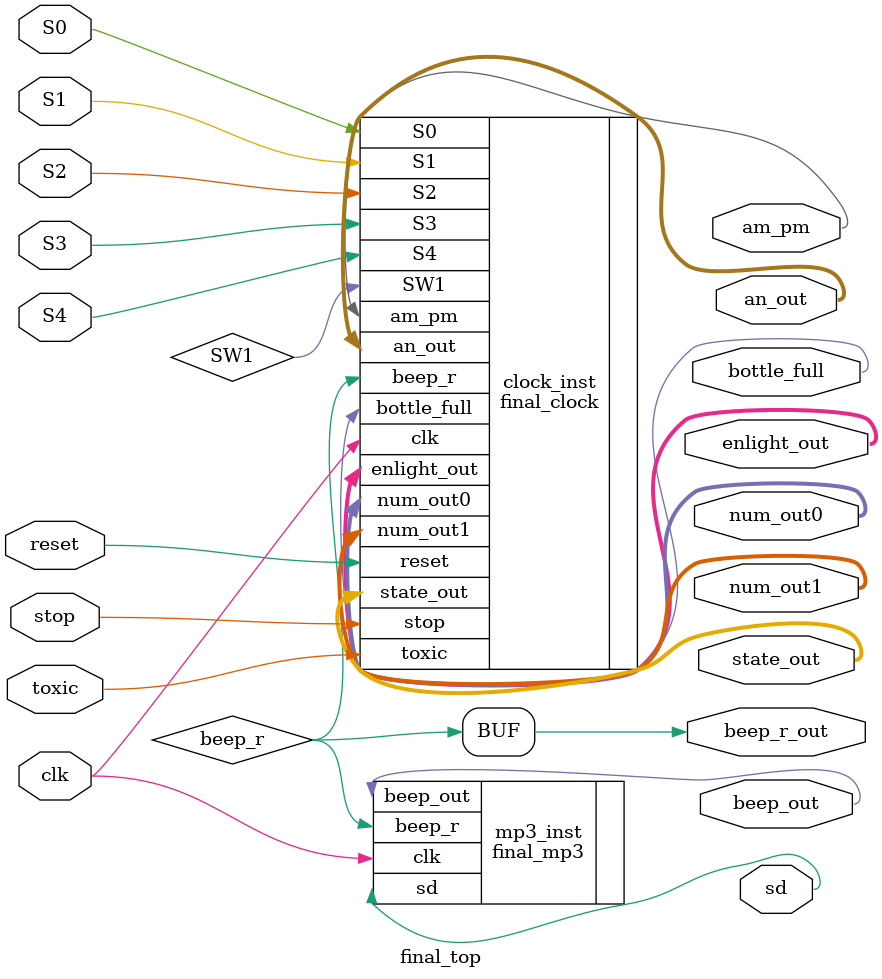
<source format=v>
`timescale 1ns / 1ps

module final_top(
    input wire clk,
    input wire reset,       // ÇåÁã
    input wire stop,
    input wire toxic,
    input wire S0,          // Ê±ÖÓÉèÖÃÓÒÒÆ
    input wire S1,          // Ê±ÖÓÉèÖÃ¼õÉÙ
    input wire S2,          // Ä£Ê½¸Ä±ä
    input wire S3,          // Ê±ÖÓÉèÖÃ×óÒÆ
    input wire S4,          // Ê±ÖÓÉèÖÃÔö¼Ó
    output wire sd,
    output wire [7:0] num_out0, // ÊýÂë¹Ü¶ÎÇý¶¯Êä³ö
    output wire [7:0] num_out1, // ÊýÂë¹Ü¶ÎÇý¶¯Êä³ö
    output wire [7:0] an_out,   // ÊýÂë¹ÜÎ»Çý¶¯Êä³ö
    output wire [2:0] enlight_out, // »·ÐÎ¿ØÖÆ¼ìÑé
    output wire beep_out,
    output [3:0] state_out,
    output wire beep_r_out,      // ÄÖÖÓ×´Ì¬µÆ¼ì²â
    output wire bottle_full,
    output wire am_pm           //ÉÏÏÂÎçÏÔÊ¾
);

    wire beep_r; 
    wire SW1 ; // Ä¬ÈÏÕý¼ÆÊ±Ä£Ê½
   
    // ÊµÀý»¯Ê±ÖÓÄ£¿é
    final_clock clock_inst (
        .clk(clk),
        .reset(reset),
        .stop(stop),
        .toxic(toxic),
        .S0(S0),
        .S1(S1),
        .S2(S2),
        .S3(S3),
        .S4(S4),
        .SW1(SW1),
        .beep_r(beep_r),
        .num_out0(num_out0),
        .num_out1(num_out1),
        .an_out(an_out),
        .enlight_out(enlight_out),
        .state_out(state_out),
        .bottle_full(bottle_full),
        .am_pm(am_pm)
    );
    
    
    
    // ÊµÀý»¯ÒôÆµÄ£¿é
    final_mp3 mp3_inst (
        .clk(clk),
        .beep_r(beep_r),
        .sd(sd),
        .beep_out(beep_out)
    );
    
    assign beep_r_out = beep_r;
endmodule
</source>
